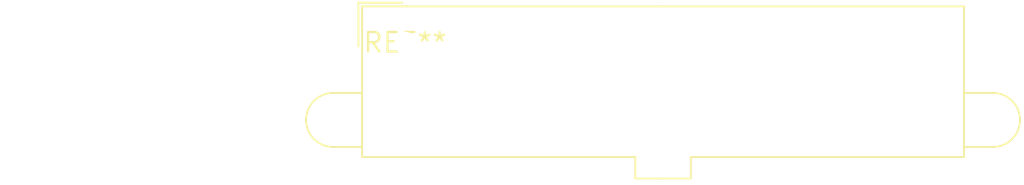
<source format=kicad_pcb>
(kicad_pcb (version 20240108) (generator pcbnew)
  (layers (0 "F.Cu" signal) (31 "B.Cu" signal) (34 "B.Paste" user) (35 "F.Paste" user) (36 "B.SilkS" user "B.Silkscreen") (37 "F.SilkS" user "F.Silkscreen") (38 "B.Mask" user) (39 "F.Mask" user) (44 "Edge.Cuts" user))
  (net 0 "")
  (footprint "Molex_Mini-Fit_Jr_5566-18A2_2x09_P4.20mm_Vertical" (layer "F.Cu") (at 0 0)
    (property "Reference" "REF**")
    (property "Value" "Molex_Mini-Fit_Jr_5566-18A2_2x09_P4.20mm_Vertical")
    (fp_line (start -4.7 3.28) (end -2.81 3.28) (layer "F.SilkS") (stroke (width 0.12)))
    (fp_line (start -4.7 6.8) (end -2.81 6.8) (layer "F.SilkS") (stroke (width 0.12)))
    (fp_line (start -3.05 -2.6) (end -3.05 0.25) (layer "F.SilkS") (stroke (width 0.12)))
    (fp_line (start -2.81 -2.36) (end -2.81 7.46) (layer "F.SilkS") (stroke (width 0.12)))
    (fp_line (start -2.81 7.46) (end 14.99 7.46) (layer "F.SilkS") (stroke (width 0.12)))
    (fp_line (start -0.2 -2.6) (end -3.05 -2.6) (layer "F.SilkS") (stroke (width 0.12)))
    (fp_line (start 14.99 7.46) (end 14.99 8.86) (layer "F.SilkS") (stroke (width 0.12)))
    (fp_line (start 14.99 8.86) (end 16.8 8.86) (layer "F.SilkS") (stroke (width 0.12)))
    (fp_line (start 16.8 -2.36) (end -2.81 -2.36) (layer "F.SilkS") (stroke (width 0.12)))
    (fp_line (start 16.8 -2.36) (end 36.41 -2.36) (layer "F.SilkS") (stroke (width 0.12)))
    (fp_line (start 18.61 7.46) (end 18.61 8.86) (layer "F.SilkS") (stroke (width 0.12)))
    (fp_line (start 18.61 8.86) (end 16.8 8.86) (layer "F.SilkS") (stroke (width 0.12)))
    (fp_line (start 36.41 -2.36) (end 36.41 7.46) (layer "F.SilkS") (stroke (width 0.12)))
    (fp_line (start 36.41 7.46) (end 18.61 7.46) (layer "F.SilkS") (stroke (width 0.12)))
    (fp_line (start 38.3 3.28) (end 36.41 3.28) (layer "F.SilkS") (stroke (width 0.12)))
    (fp_line (start 38.3 6.8) (end 36.41 6.8) (layer "F.SilkS") (stroke (width 0.12)))
    (fp_arc (start -4.7 6.8) (mid -6.46 5.04) (end -4.7 3.28) (layer "F.SilkS") (stroke (width 0.12)))
    (fp_arc (start 38.3 3.28) (mid 40.06 5.04) (end 38.3 6.8) (layer "F.SilkS") (stroke (width 0.12)))
    (pad "" np_thru_hole circle (at -4.7 5.04) (size 3 3) (drill 3) (layers *.Cu *.Mask))
    (pad "" np_thru_hole circle (at 38.3 5.04) (size 3 3) (drill 3) (layers *.Cu *.Mask))
    (pad "1" thru_hole roundrect (at 0 0) (size 2.7 3.3) (drill 1.4) (layers *.Cu *.Mask) (remove_unused_layers) (roundrect_rratio 0.092593))
    (pad "2" thru_hole oval (at 4.2 0) (size 2.7 3.3) (drill 1.4) (layers *.Cu *.Mask) (remove_unused_layers))
    (pad "3" thru_hole oval (at 8.4 0) (size 2.7 3.3) (drill 1.4) (layers *.Cu *.Mask) (remove_unused_layers))
    (pad "4" thru_hole oval (at 12.6 0) (size 2.7 3.3) (drill 1.4) (layers *.Cu *.Mask) (remove_unused_layers))
    (pad "5" thru_hole oval (at 16.8 0) (size 2.7 3.3) (drill 1.4) (layers *.Cu *.Mask) (remove_unused_layers))
    (pad "6" thru_hole oval (at 21 0) (size 2.7 3.3) (drill 1.4) (layers *.Cu *.Mask) (remove_unused_layers))
    (pad "7" thru_hole oval (at 25.2 0) (size 2.7 3.3) (drill 1.4) (layers *.Cu *.Mask) (remove_unused_layers))
    (pad "8" thru_hole oval (at 29.4 0) (size 2.7 3.3) (drill 1.4) (layers *.Cu *.Mask) (remove_unused_layers))
    (pad "9" thru_hole oval (at 33.6 0) (size 2.7 3.3) (drill 1.4) (layers *.Cu *.Mask) (remove_unused_layers))
    (pad "10" thru_hole oval (at 0 5.5) (size 2.7 3.3) (drill 1.4) (layers *.Cu *.Mask) (remove_unused_layers))
    (pad "11" thru_hole oval (at 4.2 5.5) (size 2.7 3.3) (drill 1.4) (layers *.Cu *.Mask) (remove_unused_layers))
    (pad "12" thru_hole oval (at 8.4 5.5) (size 2.7 3.3) (drill 1.4) (layers *.Cu *.Mask) (remove_unused_layers))
    (pad "13" thru_hole oval (at 12.6 5.5) (size 2.7 3.3) (drill 1.4) (layers *.Cu *.Mask) (remove_unused_layers))
    (pad "14" thru_hole oval (at 16.8 5.5) (size 2.7 3.3) (drill 1.4) (layers *.Cu *.Mask) (remove_unused_layers))
    (pad "15" thru_hole oval (at 21 5.5) (size 2.7 3.3) (drill 1.4) (layers *.Cu *.Mask) (remove_unused_layers))
    (pad "16" thru_hole oval (at 25.2 5.5) (size 2.7 3.3) (drill 1.4) (layers *.Cu *.Mask) (remove_unused_layers))
    (pad "17" thru_hole oval (at 29.4 5.5) (size 2.7 3.3) (drill 1.4) (layers *.Cu *.Mask) (remove_unused_layers))
    (pad "18" thru_hole oval (at 33.6 5.5) (size 2.7 3.3) (drill 1.4) (layers *.Cu *.Mask) (remove_unused_layers))
  )
)
</source>
